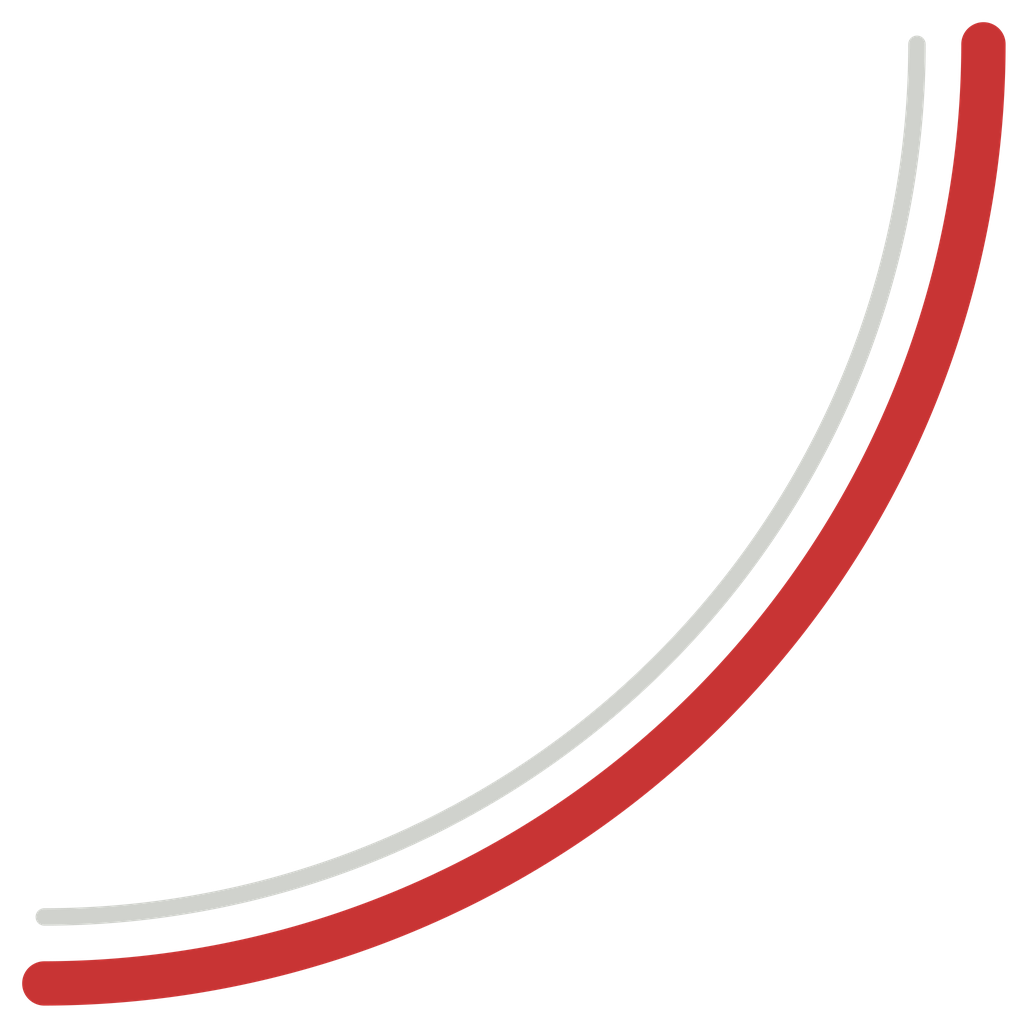
<source format=kicad_pcb>
(kicad_pcb (version 20240108) (generator "pcbnew")
  (general
    (thickness 1.6)
  )

  (paper "A4")
  (layers
    (0 "F.Cu" signal)
    (31 "B.Cu" signal)
    (44 "Edge.Cuts" user)
  )

  (setup
    (pad_to_mask_clearance 0)
    (allow_soldermask_bridges_in_footprints no)
  )

  (net 0 "")
  (net 1 "Net1")

  (net_class "Default" ""
    (clearance 0.1)
    (trace_width 0.254)
    (via_dia 0.6)
    (via_drill 0.3)
    (uvia_dia 0.3)
    (uvia_drill 0.1)
  )

  (gr_arc
    (start 105 100)
    (mid 103.535534 103.535534)
    (end 100 105)
    (layer "Edge.Cuts")
    (stroke (width 0) (type solid))
    (uuid "00000000-0000-0000-0000-000000000001")
  )

  (arc
    (start 105.381 100)
    (mid 103.803356 103.803356)
    (end 100 105.381)
    (width 0.254)
    (layer "F.Cu")
    (net 1)
    (uuid "00000000-0000-0000-0000-000000000002")
  )

)

</source>
